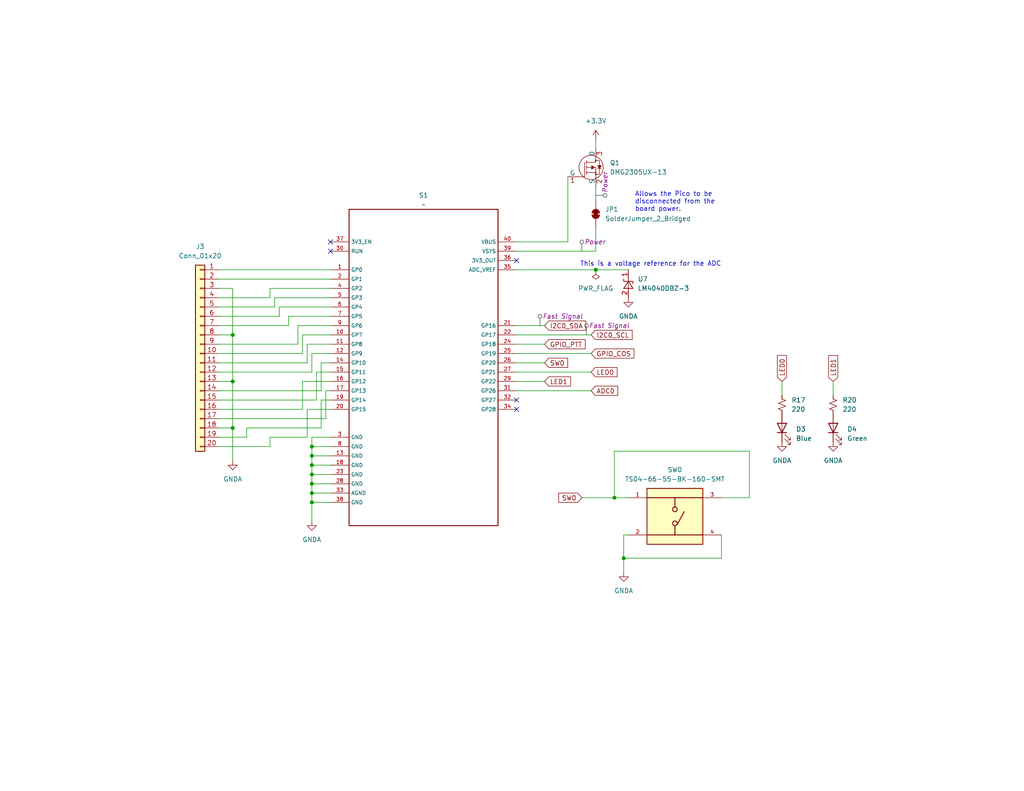
<source format=kicad_sch>
(kicad_sch (version 20231120) (generator "eeschema") (generator_version "8.0")
  (paper "USLetter")
  (title_block (title "MicroLink - Microcontroller") (date "2024-04-24") (rev "4") (company "Bruce MacKinnon KC1FSZ") (comment 1 "Copyright (C) 2024 - Not For Commercial Use"))
  (lib_symbols
    (symbol "Connector_Generic:Conn_01x20" (pin_names (offset 1.016) hide)
      (property "Reference" "J" (at 0 25.4 0))
      (property "Value" "Conn_01x20" (at 0 -27.94 0))
      (symbol "Conn_01x20_1_1"
        (rectangle (start -1.27 -25.273) (end 0 -25.527) (stroke (width 0.1524)))
        (rectangle (start -1.27 -22.733) (end 0 -22.987) (stroke (width 0.1524)))
        (rectangle (start -1.27 -20.193) (end 0 -20.447) (stroke (width 0.1524)))
        (rectangle (start -1.27 -17.653) (end 0 -17.907) (stroke (width 0.1524)))
        (rectangle (start -1.27 -15.113) (end 0 -15.367) (stroke (width 0.1524)))
        (rectangle (start -1.27 -12.573) (end 0 -12.827) (stroke (width 0.1524)))
        (rectangle (start -1.27 -10.033) (end 0 -10.287) (stroke (width 0.1524)))
        (rectangle (start -1.27 -7.493) (end 0 -7.747) (stroke (width 0.1524)))
        (rectangle (start -1.27 -4.953) (end 0 -5.207) (stroke (width 0.1524)))
        (rectangle (start -1.27 -2.413) (end 0 -2.667) (stroke (width 0.1524)))
        (rectangle (start -1.27 0.127) (end 0 -0.127) (stroke (width 0.1524)))
        (rectangle (start -1.27 2.667) (end 0 2.413) (stroke (width 0.1524)))
        (rectangle (start -1.27 5.207) (end 0 4.953) (stroke (width 0.1524)))
        (rectangle (start -1.27 7.747) (end 0 7.493) (stroke (width 0.1524)))
        (rectangle (start -1.27 10.287) (end 0 10.033) (stroke (width 0.1524)))
        (rectangle (start -1.27 12.827) (end 0 12.573) (stroke (width 0.1524)))
        (rectangle (start -1.27 15.367) (end 0 15.113) (stroke (width 0.1524)))
        (rectangle (start -1.27 17.907) (end 0 17.653) (stroke (width 0.1524)))
        (rectangle (start -1.27 20.447) (end 0 20.193) (stroke (width 0.1524)))
        (rectangle (start -1.27 22.987) (end 0 22.733) (stroke (width 0.1524)))
        (rectangle (start -1.27 24.13) (end 1.27 -26.67) (stroke (width 0.254)) (fill (type background)))
        (pin passive line (at -5.08 22.86 0) (length 3.81) (name "Pin_1") (number "1"))
        (pin passive line (at -5.08 0 0) (length 3.81) (name "Pin_10") (number "10"))
        (pin passive line (at -5.08 -2.54 0) (length 3.81) (name "Pin_11") (number "11"))
        (pin passive line (at -5.08 -5.08 0) (length 3.81) (name "Pin_12") (number "12"))
        (pin passive line (at -5.08 -7.62 0) (length 3.81) (name "Pin_13") (number "13"))
        (pin passive line (at -5.08 -10.16 0) (length 3.81) (name "Pin_14") (number "14"))
        (pin passive line (at -5.08 -12.7 0) (length 3.81) (name "Pin_15") (number "15"))
        (pin passive line (at -5.08 -15.24 0) (length 3.81) (name "Pin_16") (number "16"))
        (pin passive line (at -5.08 -17.78 0) (length 3.81) (name "Pin_17") (number "17"))
        (pin passive line (at -5.08 -20.32 0) (length 3.81) (name "Pin_18") (number "18"))
        (pin passive line (at -5.08 -22.86 0) (length 3.81) (name "Pin_19") (number "19"))
        (pin passive line (at -5.08 20.32 0) (length 3.81) (name "Pin_2") (number "2"))
        (pin passive line (at -5.08 -25.4 0) (length 3.81) (name "Pin_20") (number "20"))
        (pin passive line (at -5.08 17.78 0) (length 3.81) (name "Pin_3") (number "3"))
        (pin passive line (at -5.08 15.24 0) (length 3.81) (name "Pin_4") (number "4"))
        (pin passive line (at -5.08 12.7 0) (length 3.81) (name "Pin_5") (number "5"))
        (pin passive line (at -5.08 10.16 0) (length 3.81) (name "Pin_6") (number "6"))
        (pin passive line (at -5.08 7.62 0) (length 3.81) (name "Pin_7") (number "7"))
        (pin passive line (at -5.08 5.08 0) (length 3.81) (name "Pin_8") (number "8"))
        (pin passive line (at -5.08 2.54 0) (length 3.81) (name "Pin_9") (number "9"))
      )
    )
    (symbol "Device:LED" (pin_numbers hide) (pin_names (offset 1.016) hide)
      (property "Reference" "D" (at 0 2.54 0))
      (property "Value" "LED" (at 0 -2.54 0))
      (symbol "LED_0_1"
        (polyline (pts (xy -1.27 -1.27) (xy -1.27 1.27)) (stroke (width 0.254)))
        (polyline (pts (xy -1.27 0) (xy 1.27 0)))
        (polyline (pts (xy 1.27 -1.27) (xy 1.27 1.27) (xy -1.27 0) (xy 1.27 -1.27)) (stroke (width 0.254)))
        (polyline (pts (xy -3.048 -0.762) (xy -4.572 -2.286) (xy -3.81 -2.286) (xy -4.572 -2.286) (xy -4.572 -1.524)))
        (polyline (pts (xy -1.778 -0.762) (xy -3.302 -2.286) (xy -2.54 -2.286) (xy -3.302 -2.286) (xy -3.302 -1.524)))
      )
      (symbol "LED_1_1"
        (pin passive line (at -3.81 0 0) (length 2.54) (name "K") (number "1"))
        (pin passive line (at 3.81 0 180) (length 2.54) (name "A") (number "2"))
      )
    )
    (symbol "Device:R_Small_US" (pin_numbers hide) (pin_names (offset 0.254) hide)
      (property "Reference" "R" (at 0.762 0.508 0))
      (property "Value" "R_Small_US" (at 0.762 -1.016 0))
      (symbol "R_Small_US_1_1"
        (polyline (pts (xy 0 0) (xy 1.016 -0.381) (xy 0 -0.762) (xy -1.016 -1.143) (xy 0 -1.524)))
        (polyline (pts (xy 0 1.524) (xy 1.016 1.143) (xy 0 0.762) (xy -1.016 0.381) (xy 0 0)))
        (pin passive line (at 0 2.54 270) (length 1.016) (name "~") (number "1"))
        (pin passive line (at 0 -2.54 90) (length 1.016) (name "~") (number "2"))
      )
    )
    (symbol "Jumper:SolderJumper_2_Bridged" (pin_numbers hide) (pin_names (offset 0) hide) (exclude_from_sim yes) (in_bom no)
      (property "Reference" "JP" (at 0 2.032 0))
      (property "Value" "SolderJumper_2_Bridged" (at 0 -2.54 0))
      (symbol "SolderJumper_2_Bridged_0_1"
        (rectangle (start -0.508 0.508) (end 0.508 -0.508) (fill (type outline)))
        (arc (start -0.254 1.016) (mid -1.2656 0) (end -0.254 -1.016))
        (arc (start -0.254 1.016) (mid -1.2656 0) (end -0.254 -1.016) (fill (type outline)))
        (polyline (pts (xy -0.254 1.016) (xy -0.254 -1.016)))
        (polyline (pts (xy 0.254 1.016) (xy 0.254 -1.016)))
        (arc (start 0.254 -1.016) (mid 1.2656 0) (end 0.254 1.016))
        (arc (start 0.254 -1.016) (mid 1.2656 0) (end 0.254 1.016) (fill (type outline)))
      )
      (symbol "SolderJumper_2_Bridged_1_1"
        (pin passive line (at -3.81 0 0) (length 2.54) (name "A") (number "1"))
        (pin passive line (at 3.81 0 180) (length 2.54) (name "B") (number "2"))
      )
    )
    (symbol "Reference_Voltage:LM4040DBZ-3" (pin_names (offset 0.0254) hide)
      (property "Reference" "U" (at 0 2.54 0))
      (property "Value" "LM4040DBZ-3" (at 0 -3.175 0))
      (symbol "LM4040DBZ-3_0_1"
        (polyline (pts (xy -1.27 0) (xy 0 0) (xy 1.27 0)))
        (polyline (pts (xy -1.27 -1.27) (xy 0.635 0) (xy -1.27 1.27) (xy -1.27 -1.27)) (stroke (width 0.2032)))
        (polyline (pts (xy 0 -1.27) (xy 0.635 -1.27) (xy 0.635 1.27) (xy 1.27 1.27)) (stroke (width 0.2032)))
      )
      (symbol "LM4040DBZ-3_1_1"
        (pin passive line (at 3.81 0 180) (length 2.54) (name "K") (number "1"))
        (pin passive line (at -3.81 0 0) (length 2.54) (name "A") (number "2"))
      )
    )
    (symbol "power:+3.3V" (power) (pin_numbers hide) (pin_names (offset 0) hide)
      (property "Value" "+3.3V" (at 0 3.556 0))
      (symbol "+3.3V_0_1"
        (polyline (pts (xy -0.762 1.27) (xy 0 2.54)))
        (polyline (pts (xy 0 0) (xy 0 2.54)))
        (polyline (pts (xy 0 2.54) (xy 0.762 1.27)))
      )
      (symbol "+3.3V_1_1"
        (pin power_in line (at 0 0 90) (length 0) (name "~") (number "1"))
      )
    )
    (symbol "power:GNDA" (power) (pin_numbers hide) (pin_names (offset 0) hide)
      (property "Value" "GNDA" (at 0 -3.81 0))
      (symbol "GNDA_0_1"
        (polyline (pts (xy 0 0) (xy 0 -1.27) (xy 1.27 -1.27) (xy 0 -2.54) (xy -1.27 -1.27) (xy 0 -1.27)))
      )
      (symbol "GNDA_1_1"
        (pin power_in line (at 0 0 270) (length 0) (name "~") (number "1"))
      )
    )
    (symbol "power:PWR_FLAG" (power) (pin_numbers hide) (pin_names (offset 0) hide)
      (property "Value" "PWR_FLAG" (at 0 3.81 0))
      (symbol "PWR_FLAG_0_0"
        (pin power_out line (at 0 0 90) (length 0) (name "~") (number "1"))
      )
      (symbol "PWR_FLAG_0_1"
        (polyline (pts (xy 0 0) (xy 0 1.27) (xy -1.016 1.905) (xy 0 2.54) (xy 1.016 1.905) (xy 0 1.27)))
      )
    )
    (symbol "symbol-library-1:DMG2305UX-13" (pin_names (offset 0))
      (property "Reference" "Q1" (at -11.43 6.35 90))
      (property "Value" "DMG2305UX-13" (at -8.89 6.35 90))
      (symbol "DMG2305UX-13_0_1"
        (circle (center -1.27 0) (radius 3.302))
        (circle (center 0 -1.905) (radius 0.127))
        (circle (center 0 -1.397) (radius 0.127))
        (polyline (pts (xy 0 -1.397) (xy -2.54 -1.397)))
        (polyline (pts (xy -5.08 -2.54) (xy -3.048 -2.54) (xy -3.048 1.397)))
        (polyline (pts (xy 0 -2.54) (xy 0 0) (xy -2.54 0)))
        (polyline (pts (xy 0 2.54) (xy 0 1.397) (xy -2.54 1.397)))
        (polyline (pts (xy -0.127 -1.905) (xy 1.016 -1.905) (xy 1.016 1.397) (xy 1.016 1.905) (xy -0.127 1.905)))
        (circle (center 0 1.905) (radius 0.127))
      )
      (symbol "DMG2305UX-13_1_1"
        (polyline (pts (xy -2.54 -1.397) (xy -2.54 -1.905)))
        (polyline (pts (xy -2.54 -1.397) (xy -2.54 -0.889)))
        (polyline (pts (xy -2.54 0) (xy -2.54 -0.508)))
        (polyline (pts (xy -2.54 0) (xy -2.54 0.508)))
        (polyline (pts (xy -2.54 1.905) (xy -2.54 0.889)))
        (polyline (pts (xy 1.524 -0.254) (xy 0.508 -0.254)))
        (polyline (pts (xy -0.381 0) (xy -1.143 0.508) (xy -1.143 -0.508) (xy -0.381 0)) (fill (type outline)))
        (polyline (pts (xy 1.016 -0.254) (xy 1.524 0.508) (xy 0.508 0.508) (xy 1.016 -0.254)) (fill (type outline)))
        (pin bidirectional line (at -7.62 -2.54 0) (length 2.54) (name "G") (number "1"))
        (pin bidirectional line (at 0 -5.08 90) (length 2.54) (name "S") (number "2"))
        (pin bidirectional line (at 0 5.08 270) (length 2.54) (name "D") (number "3"))
      )
    )
    (symbol "symbol-library-1:SC0918_0_0"
      (symbol "SC0918_0_0_1_1"
        (rectangle (start -20.32 -43.18) (end 20.32 43.18) (stroke (width 0.254)))
        (pin bidirectional line (at -25.4 26.67 0) (length 5.08) (name "GP0") (number "1"))
        (pin bidirectional line (at -25.4 8.89 0) (length 5.08) (name "GP7") (number "10"))
        (pin bidirectional line (at -25.4 6.35 0) (length 5.08) (name "GP8") (number "11"))
        (pin bidirectional line (at -25.4 3.81 0) (length 5.08) (name "GP9") (number "12"))
        (pin power_in line (at -25.4 -24.13 0) (length 5.08) (name "GND") (number "13"))
        (pin bidirectional line (at -25.4 1.27 0) (length 5.08) (name "GP10") (number "14"))
        (pin bidirectional line (at -25.4 -1.27 0) (length 5.08) (name "GP11") (number "15"))
        (pin bidirectional line (at -25.4 -3.81 0) (length 5.08) (name "GP12") (number "16"))
        (pin bidirectional line (at -25.4 -6.35 0) (length 5.08) (name "GP13") (number "17"))
        (pin power_in line (at -25.4 -26.67 0) (length 5.08) (name "GND") (number "18"))
        (pin bidirectional line (at -25.4 -8.89 0) (length 5.08) (name "GP14") (number "19"))
        (pin bidirectional line (at -25.4 24.13 0) (length 5.08) (name "GP1") (number "2"))
        (pin bidirectional line (at -25.4 -11.43 0) (length 5.08) (name "GP15") (number "20"))
        (pin bidirectional line (at 25.4 11.43 180) (length 5.08) (name "GP16") (number "21"))
        (pin bidirectional line (at 25.4 8.89 180) (length 5.08) (name "GP17") (number "22"))
        (pin power_in line (at -25.4 -29.21 0) (length 5.08) (name "GND") (number "23"))
        (pin bidirectional line (at 25.4 6.35 180) (length 5.08) (name "GP18") (number "24"))
        (pin bidirectional line (at 25.4 3.81 180) (length 5.08) (name "GP19") (number "25"))
        (pin bidirectional line (at 25.4 1.27 180) (length 5.08) (name "GP20") (number "26"))
        (pin bidirectional line (at 25.4 -1.27 180) (length 5.08) (name "GP21") (number "27"))
        (pin power_in line (at -25.4 -31.75 0) (length 5.08) (name "GND") (number "28"))
        (pin bidirectional line (at 25.4 -3.81 180) (length 5.08) (name "GP22") (number "29"))
        (pin power_in line (at -25.4 -19.05 0) (length 5.08) (name "GND") (number "3"))
        (pin input line (at -25.4 31.75 0) (length 5.08) (name "RUN") (number "30"))
        (pin bidirectional line (at 25.4 -6.35 180) (length 5.08) (name "GP26") (number "31"))
        (pin bidirectional line (at 25.4 -8.89 180) (length 5.08) (name "GP27") (number "32"))
        (pin power_in line (at -25.4 -34.29 0) (length 5.08) (name "AGND") (number "33"))
        (pin bidirectional line (at 25.4 -11.43 180) (length 5.08) (name "GP28") (number "34"))
        (pin power_in line (at 25.4 26.67 180) (length 5.08) (name "ADC_VREF") (number "35"))
        (pin power_in line (at 25.4 29.21 180) (length 5.08) (name "3V3_OUT") (number "36"))
        (pin input line (at -25.4 34.29 0) (length 5.08) (name "3V3_EN") (number "37"))
        (pin power_in line (at -25.4 -36.83 0) (length 5.08) (name "GND") (number "38"))
        (pin free line (at 25.4 31.75 180) (length 5.08) (name "VSYS") (number "39"))
        (pin bidirectional line (at -25.4 21.59 0) (length 5.08) (name "GP2") (number "4"))
        (pin free line (at 25.4 34.29 180) (length 5.08) (name "VBUS") (number "40"))
        (pin bidirectional line (at -25.4 19.05 0) (length 5.08) (name "GP3") (number "5"))
        (pin bidirectional line (at -25.4 16.51 0) (length 5.08) (name "GP4") (number "6"))
        (pin bidirectional line (at -25.4 13.97 0) (length 5.08) (name "GP5") (number "7"))
        (pin power_in line (at -25.4 -21.59 0) (length 5.08) (name "GND") (number "8"))
        (pin bidirectional line (at -25.4 11.43 0) (length 5.08) (name "GP6") (number "9"))
      )
    )
    (symbol "symbol-library-1:TS04-66-55-BK-160-SMT" (pin_names (offset 1.016))
      (property "Reference" "S" (at -7.62 8.382 0))
      (property "Value" "TS04-66-55-BK-160-SMT" (at -7.62 -8.382 0))
      (symbol "TS04-66-55-BK-160-SMT_0_0"
        (rectangle (start -7.62 -7.62) (end 7.62 7.62) (stroke (width 0.254)) (fill (type background)))
        (circle (center 0 -1.905) (radius 0.635) (stroke (width 0.254)))
        (polyline (pts (xy 0 -5.08) (xy -7.62 -5.08)) (stroke (width 0.254)))
        (polyline (pts (xy 0 -5.08) (xy 7.62 -5.08)) (stroke (width 0.254)))
        (polyline (pts (xy 0 -2.54) (xy 0 -5.08)) (stroke (width 0.254)))
        (polyline (pts (xy 0 5.08) (xy -7.62 5.08)) (stroke (width 0.254)))
        (polyline (pts (xy 0 5.08) (xy 0 2.54)) (stroke (width 0.254)))
        (polyline (pts (xy 0 5.08) (xy 7.62 5.08)) (stroke (width 0.254)))
        (polyline (pts (xy 0.635 -2.2225) (xy 2.54 1.27)) (stroke (width 0.254)))
        (circle (center 0 1.905) (radius 0.635) (stroke (width 0.254)))
        (pin passive line (at -12.7 5.08 0) (length 5.08) (name "~") (number "1"))
        (pin passive line (at -12.7 -5.08 0) (length 5.08) (name "~") (number "2"))
        (pin passive line (at 12.7 5.08 180) (length 5.08) (name "~") (number "3"))
        (pin passive line (at 12.7 -5.08 180) (length 5.08) (name "~") (number "4"))
      )
    )
  )
  (junction (at 63.5 104.14))
  (junction (at 63.5 116.84))
  (junction (at 85.09 137.16))
  (junction (at 85.09 127))
  (junction (at 167.64 135.89))
  (junction (at 85.09 121.92))
  (junction (at 63.5 91.44))
  (junction (at 85.09 129.54))
  (junction (at 170.18 152.4))
  (junction (at 85.09 124.46))
  (junction (at 85.09 132.08))
  (junction (at 162.56 73.66))
  (junction (at 85.09 134.62))
  (no_connect (at 90.17 68.58))
  (no_connect (at 140.97 109.22))
  (no_connect (at 90.17 66.04))
  (no_connect (at 140.97 71.12))
  (no_connect (at 140.97 111.76))
  (wire (pts (xy 90.17 81.28) (xy 74.93 81.28)))
  (wire (pts (xy 204.47 135.89) (xy 204.47 123.19)))
  (wire (pts (xy 86.36 109.22) (xy 59.69 109.22)))
  (wire (pts (xy 90.17 106.68) (xy 88.9 106.68)))
  (wire (pts (xy 140.97 93.98) (xy 148.59 93.98)))
  (wire (pts (xy 82.55 96.52) (xy 59.69 96.52)))
  (wire (pts (xy 170.18 152.4) (xy 196.85 152.4)))
  (wire (pts (xy 158.75 135.89) (xy 167.64 135.89)))
  (wire (pts (xy 59.69 73.66) (xy 90.17 73.66)))
  (wire (pts (xy 140.97 88.9) (xy 148.59 88.9)))
  (wire (pts (xy 83.82 111.76) (xy 83.82 119.38)))
  (wire (pts (xy 85.09 121.92) (xy 85.09 124.46)))
  (wire (pts (xy 63.5 104.14) (xy 63.5 116.84)))
  (wire (pts (xy 78.74 86.36) (xy 78.74 88.9)))
  (wire (pts (xy 59.69 91.44) (xy 63.5 91.44)))
  (wire (pts (xy 90.17 88.9) (xy 81.28 88.9)))
  (wire (pts (xy 162.56 62.23) (xy 162.56 68.58)))
  (wire (pts (xy 171.45 146.05) (xy 170.18 146.05)))
  (wire (pts (xy 88.9 106.68) (xy 88.9 114.3)))
  (wire (pts (xy 85.09 127) (xy 90.17 127)))
  (wire (pts (xy 88.9 114.3) (xy 59.69 114.3)))
  (wire (pts (xy 63.5 91.44) (xy 63.5 104.14)))
  (wire (pts (xy 85.09 129.54) (xy 85.09 132.08)))
  (wire (pts (xy 85.09 134.62) (xy 90.17 134.62)))
  (wire (pts (xy 67.31 116.84) (xy 67.31 119.38)))
  (wire (pts (xy 59.69 116.84) (xy 63.5 116.84)))
  (wire (pts (xy 85.09 101.6) (xy 59.69 101.6)))
  (wire (pts (xy 81.28 88.9) (xy 81.28 93.98)))
  (wire (pts (xy 59.69 104.14) (xy 63.5 104.14)))
  (wire (pts (xy 73.66 78.74) (xy 73.66 81.28)))
  (wire (pts (xy 59.69 76.2) (xy 90.17 76.2)))
  (wire (pts (xy 81.28 93.98) (xy 59.69 93.98)))
  (wire (pts (xy 82.55 91.44) (xy 82.55 96.52)))
  (wire (pts (xy 162.56 50.8) (xy 162.56 54.61)))
  (wire (pts (xy 90.17 104.14) (xy 82.55 104.14)))
  (wire (pts (xy 74.93 81.28) (xy 74.93 83.82)))
  (wire (pts (xy 90.17 109.22) (xy 87.63 109.22)))
  (wire (pts (xy 85.09 119.38) (xy 90.17 119.38)))
  (wire (pts (xy 85.09 134.62) (xy 85.09 137.16)))
  (wire (pts (xy 85.09 127) (xy 85.09 129.54)))
  (wire (pts (xy 90.17 91.44) (xy 82.55 91.44)))
  (wire (pts (xy 140.97 99.06) (xy 148.59 99.06)))
  (wire (pts (xy 167.64 135.89) (xy 171.45 135.89)))
  (wire (pts (xy 87.63 106.68) (xy 59.69 106.68)))
  (wire (pts (xy 74.93 83.82) (xy 59.69 83.82)))
  (wire (pts (xy 82.55 104.14) (xy 82.55 111.76)))
  (wire (pts (xy 140.97 91.44) (xy 161.29 91.44)))
  (wire (pts (xy 59.69 121.92) (xy 73.66 121.92)))
  (wire (pts (xy 85.09 124.46) (xy 90.17 124.46)))
  (wire (pts (xy 90.17 96.52) (xy 85.09 96.52)))
  (wire (pts (xy 76.2 83.82) (xy 76.2 86.36)))
  (wire (pts (xy 140.97 101.6) (xy 161.29 101.6)))
  (wire (pts (xy 140.97 68.58) (xy 162.56 68.58)))
  (wire (pts (xy 162.56 73.66) (xy 171.45 73.66)))
  (wire (pts (xy 87.63 109.22) (xy 87.63 116.84)))
  (wire (pts (xy 76.2 83.82) (xy 90.17 83.82)))
  (wire (pts (xy 76.2 86.36) (xy 59.69 86.36)))
  (wire (pts (xy 73.66 119.38) (xy 73.66 121.92)))
  (wire (pts (xy 73.66 78.74) (xy 90.17 78.74)))
  (wire (pts (xy 140.97 106.68) (xy 161.29 106.68)))
  (wire (pts (xy 140.97 66.04) (xy 154.94 66.04)))
  (wire (pts (xy 140.97 73.66) (xy 162.56 73.66)))
  (wire (pts (xy 67.31 119.38) (xy 59.69 119.38)))
  (wire (pts (xy 85.09 96.52) (xy 85.09 101.6)))
  (wire (pts (xy 82.55 111.76) (xy 59.69 111.76)))
  (wire (pts (xy 86.36 101.6) (xy 86.36 109.22)))
  (wire (pts (xy 167.64 123.19) (xy 167.64 135.89)))
  (wire (pts (xy 85.09 124.46) (xy 85.09 127)))
  (wire (pts (xy 87.63 116.84) (xy 67.31 116.84)))
  (wire (pts (xy 213.36 104.14) (xy 213.36 107.95)))
  (wire (pts (xy 90.17 101.6) (xy 86.36 101.6)))
  (wire (pts (xy 154.94 48.26) (xy 154.94 66.04)))
  (wire (pts (xy 85.09 132.08) (xy 90.17 132.08)))
  (wire (pts (xy 78.74 88.9) (xy 59.69 88.9)))
  (wire (pts (xy 162.56 38.1) (xy 162.56 40.64)))
  (wire (pts (xy 87.63 99.06) (xy 87.63 106.68)))
  (wire (pts (xy 227.33 104.14) (xy 227.33 107.95)))
  (wire (pts (xy 59.69 78.74) (xy 63.5 78.74)))
  (wire (pts (xy 196.85 146.05) (xy 196.85 152.4)))
  (wire (pts (xy 90.17 93.98) (xy 83.82 93.98)))
  (wire (pts (xy 85.09 137.16) (xy 85.09 142.24)))
  (wire (pts (xy 90.17 86.36) (xy 78.74 86.36)))
  (wire (pts (xy 140.97 104.14) (xy 148.59 104.14)))
  (wire (pts (xy 196.85 135.89) (xy 204.47 135.89)))
  (wire (pts (xy 90.17 99.06) (xy 87.63 99.06)))
  (wire (pts (xy 83.82 93.98) (xy 83.82 99.06)))
  (wire (pts (xy 85.09 119.38) (xy 85.09 121.92)))
  (wire (pts (xy 73.66 81.28) (xy 59.69 81.28)))
  (wire (pts (xy 63.5 78.74) (xy 63.5 91.44)))
  (wire (pts (xy 204.47 123.19) (xy 167.64 123.19)))
  (wire (pts (xy 170.18 152.4) (xy 170.18 156.21)))
  (wire (pts (xy 90.17 111.76) (xy 83.82 111.76)))
  (wire (pts (xy 83.82 99.06) (xy 59.69 99.06)))
  (wire (pts (xy 85.09 132.08) (xy 85.09 134.62)))
  (wire (pts (xy 140.97 96.52) (xy 161.29 96.52)))
  (wire (pts (xy 85.09 129.54) (xy 90.17 129.54)))
  (wire (pts (xy 85.09 137.16) (xy 90.17 137.16)))
  (wire (pts (xy 63.5 116.84) (xy 63.5 125.73)))
  (wire (pts (xy 170.18 146.05) (xy 170.18 152.4)))
  (wire (pts (xy 85.09 121.92) (xy 90.17 121.92)))
  (wire (pts (xy 83.82 119.38) (xy 73.66 119.38)))
  (text "This is a voltage reference for the ADC" (at 177.546 72.136 0) (effects (font (size 1.27 1.27))))
  (text "Allows the Pico to be \ndisconnected from the \nboard power.\n" (at 173.228 57.912 0) (effects (font (size 1.27 1.27)) (justify left bottom)))
  (global_label "LED0" (shape input) (at 213.36 104.14 90) (property "Intersheetrefs" "${INTERSHEET_REFS}" (effects (hide yes))))
  (global_label "SW0" (shape input) (at 158.75 135.89 180) (property "Intersheetrefs" "${INTERSHEET_REFS}" (effects (hide yes))))
  (global_label "SW0" (shape input) (at 148.59 99.06 0) (property "Intersheetrefs" "${INTERSHEET_REFS}" (effects (hide yes))))
  (global_label "GPIO_COS" (shape input) (at 161.29 96.52 0) (property "Intersheetrefs" "${INTERSHEET_REFS}" (effects (hide yes))))
  (global_label "LED1" (shape input) (at 227.33 104.14 90) (property "Intersheetrefs" "${INTERSHEET_REFS}" (effects (hide yes))))
  (global_label "I2C0_SCL" (shape input) (at 161.29 91.44 0) (property "Intersheetrefs" "${INTERSHEET_REFS}" (effects (hide yes))))
  (global_label "GPIO_PTT" (shape input) (at 148.59 93.98 0) (property "Intersheetrefs" "${INTERSHEET_REFS}" (effects (hide yes))))
  (global_label "ADC0" (shape input) (at 161.29 106.68 0) (property "Intersheetrefs" "${INTERSHEET_REFS}" (effects (hide yes))))
  (global_label "LED1" (shape input) (at 148.59 104.14 0) (property "Intersheetrefs" "${INTERSHEET_REFS}" (effects (hide yes))))
  (global_label "I2C0_SDA" (shape input) (at 148.59 88.9 0) (property "Intersheetrefs" "${INTERSHEET_REFS}" (effects (hide yes))))
  (global_label "LED0" (shape input) (at 161.29 101.6 0) (property "Intersheetrefs" "${INTERSHEET_REFS}" (effects (hide yes))))
  (netclass_flag "" (length 2.54) (shape round) (at 160.02 91.44 0) (property "Netclass" "Fast Signal" (at 160.7185 88.9 0) (effects (font (italic yes)) (justify left))))
  (netclass_flag "" (length 2.54) (shape round) (at 158.75 68.58 0) (property "Netclass" "Power" (at 159.4485 66.04 0) (effects (font (italic yes)) (justify left))))
  (netclass_flag "" (length 2.54) (shape round) (at 147.32 88.9 0) (property "Netclass" "Fast Signal" (at 148.0185 86.36 0) (effects (font (italic yes)) (justify left))))
  (netclass_flag "" (length 2.54) (shape round) (at 162.56 53.34 270) (property "Netclass" "Power" (at 165.1 52.6415 90) (effects (font (italic yes)) (justify left))))
  (symbol (lib_id "symbol-library-1:TS04-66-55-BK-160-SMT") (at 184.15 140.97 0) (unit 1)
    (property "Reference" "SW0" (at 184.15 128.27 0))
    (property "Value" "TS04-66-55-BK-160-SMT" (at 184.15 130.81 0))
    (property "Footprint" "bruce-footprints:SW_TS04-66-55-BK-160-SMT" (effects (hide yes)))
    (property "PARTREV" "1.0" (effects (hide yes)))
    (property "MANUFACTURER" "CUI Devices" (effects (hide yes)))
    (property "STANDARD" "Manufacturer Recommendations" (effects (hide yes)))
  )
  (symbol (lib_id "symbol-library-1:SC0918_0_0") (at 115.57 100.33 0) (unit 1)
    (property "Reference" "S1" (at 115.57 53.34 0))
    (property "Value" "~" (at 115.57 55.88 0))
    (property "Footprint" "bruce-footprints:RPi_PicoW_SMD_TH" (effects (hide yes)))
  )
  (symbol (lib_id "Connector_Generic:Conn_01x20") (at 54.61 96.52 0) (mirror y) (unit 1)
    (property "Reference" "J3" (at 54.61 67.31 0))
    (property "Value" "Conn_01x20" (at 54.61 69.85 0))
    (property "Footprint" "Connector_PinHeader_2.54mm:PinHeader_1x20_P2.54mm_Vertical" (effects (hide yes)))
    (property "Description" "Generic connector, single row, 01x20, script generated (kicad-library-utils/schlib/autogen/connector/)" (effects (hide yes)))
  )
  (symbol (lib_id "power:GNDA") (at 213.36 120.65 0) (unit 1)
    (property "Reference" "#PWR043" (effects (hide yes)))
    (property "Value" "GNDA" (at 213.36 125.73 0))
    (property "Description" "Power symbol creates a global label with name \"GNDA\" , analog ground" (effects (hide yes)))
  )
  (symbol (lib_id "Device:LED") (at 213.36 116.84 90) (unit 1)
    (property "Reference" "D3" (at 217.17 117.1574 90) (effects (justify right)))
    (property "Value" "Blue" (at 217.17 119.6974 90) (effects (justify right)))
    (property "Footprint" "LED_SMD:LED_0805_2012Metric_Pad1.15x1.40mm_HandSolder" (effects (hide yes)))
    (property "Description" "Light emitting diode" (effects (hide yes)))
  )
  (symbol (lib_id "power:GNDA") (at 170.18 156.21 0) (unit 1)
    (property "Reference" "#PWR029" (effects (hide yes)))
    (property "Value" "GNDA" (at 170.18 161.29 0))
    (property "Description" "Power symbol creates a global label with name \"GNDA\" , analog ground" (effects (hide yes)))
  )
  (symbol (lib_id "power:PWR_FLAG") (at 162.56 73.66 180) (unit 1)
    (property "Reference" "#FLG03" (effects (hide yes)))
    (property "Value" "PWR_FLAG" (at 162.56 78.74 0))
    (property "Description" "Special symbol for telling ERC where power comes from" (effects (hide yes)))
  )
  (symbol (lib_id "power:GNDA") (at 171.45 81.28 0) (unit 1)
    (property "Reference" "#PWR022" (effects (hide yes)))
    (property "Value" "GNDA" (at 171.45 86.36 0))
    (property "Description" "Power symbol creates a global label with name \"GNDA\" , analog ground" (effects (hide yes)))
  )
  (symbol (lib_id "symbol-library-1:DMG2305UX-13") (at 162.56 45.72 0) (unit 1)
    (property "Reference" "Q1" (at 166.37 44.4499 0) (effects (justify left)))
    (property "Value" "DMG2305UX-13" (at 166.37 46.9899 0) (effects (justify left)))
    (property "Footprint" "Package_TO_SOT_SMD:SOT-23-3" (effects (hide yes)))
    (property "Datasheet" "https://www.diodes.com/assets/Datasheets/DMG2305UX.pdf" (effects (hide yes)))
    (property "Description" "MOSFET P-CH 20V 4.2A SOT23" (effects (hide yes)))
    (property "Digi-Key_PN" "DMG2305UX-13DICT-ND" (effects (hide yes)))
    (property "MPN" "DMG2305UX-13" (effects (hide yes)))
    (property "Category" "Discrete Semiconductor Products" (effects (hide yes)))
    (property "Family" "Transistors - FETs, MOSFETs - Single" (effects (hide yes)))
    (property "DK_Datasheet_Link" "https://www.diodes.com/assets/Datasheets/DMG2305UX.pdf" (effects (hide yes)))
    (property "DK_Detail_Page" "/product-detail/en/diodes-incorporated/DMG2305UX-13/DMG2305UX-13DICT-ND/4251589" (effects (hide yes)))
    (property "Manufacturer" "Diodes Incorporated" (effects (hide yes)))
    (property "Status" "Active" (effects (hide yes)))
  )
  (symbol (lib_id "Device:R_Small_US") (at 227.33 110.49 0) (unit 1)
    (property "Reference" "R20" (at 229.87 109.22 0) (effects (justify left)))
    (property "Value" "220" (at 229.87 111.76 0) (effects (justify left)))
    (property "Footprint" "Resistor_SMD:R_0805_2012Metric_Pad1.20x1.40mm_HandSolder" (effects (hide yes)))
    (property "Description" "Resistor, small US symbol" (effects (hide yes)))
  )
  (symbol (lib_id "Device:R_Small_US") (at 213.36 110.49 0) (unit 1)
    (property "Reference" "R17" (at 215.9 109.22 0) (effects (justify left)))
    (property "Value" "220" (at 215.9 111.76 0) (effects (justify left)))
    (property "Footprint" "Resistor_SMD:R_0805_2012Metric_Pad1.20x1.40mm_HandSolder" (effects (hide yes)))
    (property "Description" "Resistor, small US symbol" (effects (hide yes)))
  )
  (symbol (lib_id "Reference_Voltage:LM4040DBZ-3") (at 171.45 77.47 90) (unit 1)
    (property "Reference" "U7" (at 173.99 76.2 90) (effects (justify right)))
    (property "Value" "LM4040DBZ-3" (at 173.99 78.74 90) (effects (justify right)))
    (property "Footprint" "Package_TO_SOT_SMD:SOT-23" (effects (hide yes)))
    (property "Datasheet" "http://www.ti.com/lit/ds/symlink/lm4040-n.pdf" (effects (hide yes)))
    (property "Description" "3.000V Precision Micropower Shunt Voltage Reference, SOT-23" (effects (hide yes)))
  )
  (symbol (lib_id "Jumper:SolderJumper_2_Bridged") (at 162.56 58.42 90) (unit 1) (exclude_from_sim yes) (in_bom no)
    (property "Reference" "JP1" (at 165.1 57.1499 90) (effects (justify right)))
    (property "Value" "SolderJumper_2_Bridged" (at 165.1 59.6899 90) (effects (justify right)))
    (property "Footprint" "Jumper:SolderJumper-2_P1.3mm_Bridged_Pad1.0x1.5mm" (effects (hide yes)))
    (property "Description" "Solder Jumper, 2-pole, closed/bridged" (effects (hide yes)))
  )
  (symbol (lib_id "power:GNDA") (at 227.33 120.65 0) (unit 1)
    (property "Reference" "#PWR045" (effects (hide yes)))
    (property "Value" "GNDA" (at 227.33 125.73 0))
    (property "Description" "Power symbol creates a global label with name \"GNDA\" , analog ground" (effects (hide yes)))
  )
  (symbol (lib_id "Device:LED") (at 227.33 116.84 90) (unit 1)
    (property "Reference" "D4" (at 231.14 117.1574 90) (effects (justify right)))
    (property "Value" "Green" (at 231.14 119.6974 90) (effects (justify right)))
    (property "Footprint" "LED_SMD:LED_0805_2012Metric_Pad1.15x1.40mm_HandSolder" (effects (hide yes)))
    (property "Description" "Light emitting diode" (effects (hide yes)))
  )
  (symbol (lib_id "power:GNDA") (at 63.5 125.73 0) (unit 1)
    (property "Reference" "#PWR06" (effects (hide yes)))
    (property "Value" "GNDA" (at 63.5 130.81 0))
    (property "Description" "Power symbol creates a global label with name \"GNDA\" , analog ground" (effects (hide yes)))
  )
  (symbol (lib_id "power:+3.3V") (at 162.56 38.1 0) (unit 1)
    (property "Reference" "#PWR023" (effects (hide yes)))
    (property "Value" "+3.3V" (at 162.56 33.02 0))
    (property "Description" "Power symbol creates a global label with name \"+3.3V\"" (effects (hide yes)))
  )
  (symbol (lib_id "power:GNDA") (at 85.09 142.24 0) (unit 1)
    (property "Reference" "#PWR027" (effects (hide yes)))
    (property "Value" "GNDA" (at 85.09 147.32 0))
    (property "Description" "Power symbol creates a global label with name \"GNDA\" , analog ground" (effects (hide yes)))
  )
)
</source>
